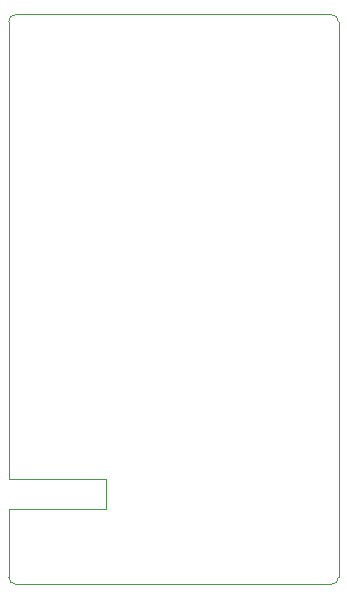
<source format=gm1>
G04 #@! TF.GenerationSoftware,KiCad,Pcbnew,(5.1.2-1)-1*
G04 #@! TF.CreationDate,2022-05-30T23:40:34+02:00*
G04 #@! TF.ProjectId,cart28p,63617274-3238-4702-9e6b-696361645f70,rev?*
G04 #@! TF.SameCoordinates,Original*
G04 #@! TF.FileFunction,Profile,NP*
%FSLAX46Y46*%
G04 Gerber Fmt 4.6, Leading zero omitted, Abs format (unit mm)*
G04 Created by KiCad (PCBNEW (5.1.2-1)-1) date 2022-05-30 23:40:34*
%MOMM*%
%LPD*%
G04 APERTURE LIST*
%ADD10C,0.050000*%
G04 APERTURE END LIST*
D10*
X83185000Y-27940000D02*
G75*
G02X83820000Y-28575000I0J-635000D01*
G01*
X83820000Y-75565000D02*
G75*
G02X83185000Y-76200000I-635000J0D01*
G01*
X56515000Y-76200000D02*
G75*
G02X55880000Y-75565000I0J635000D01*
G01*
X55880000Y-28575000D02*
G75*
G02X56515000Y-27940000I635000J0D01*
G01*
X56515000Y-27940000D02*
X83185000Y-27940000D01*
X55880000Y-67310000D02*
X55880000Y-28575000D01*
X64135000Y-67310000D02*
X55880000Y-67310000D01*
X64135000Y-69850000D02*
X64135000Y-67310000D01*
X55880000Y-69850000D02*
X64135000Y-69850000D01*
X55880000Y-75565000D02*
X55880000Y-69850000D01*
X83185000Y-76200000D02*
X56515000Y-76200000D01*
X83820000Y-28575000D02*
X83820000Y-75565000D01*
M02*

</source>
